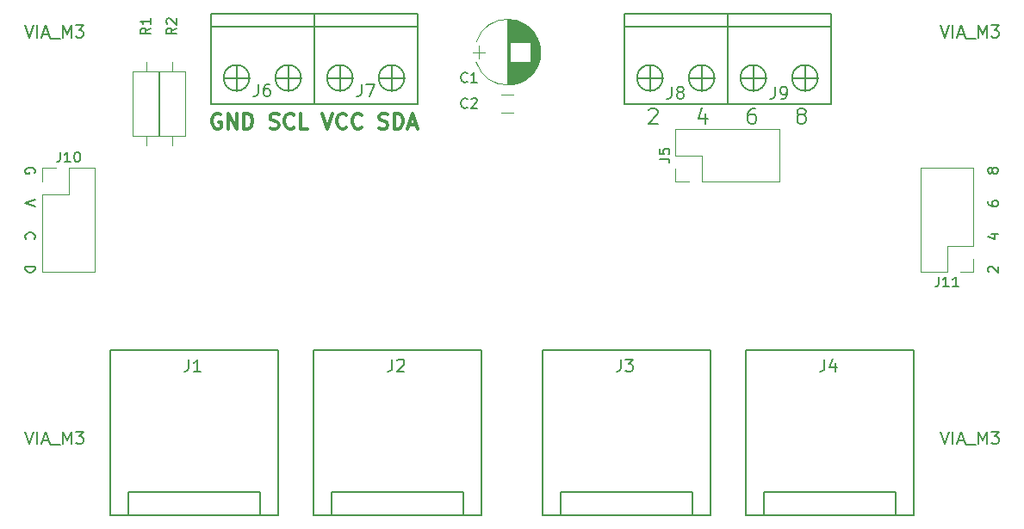
<source format=gto>
G04 #@! TF.FileFunction,Legend,Top*
%FSLAX46Y46*%
G04 Gerber Fmt 4.6, Leading zero omitted, Abs format (unit mm)*
G04 Created by KiCad (PCBNEW 4.0.6) date 02/07/18 20:23:48*
%MOMM*%
%LPD*%
G01*
G04 APERTURE LIST*
%ADD10C,0.100000*%
%ADD11C,0.150000*%
%ADD12C,0.200000*%
%ADD13C,0.300000*%
%ADD14C,0.120000*%
G04 APERTURE END LIST*
D10*
D11*
X155249619Y-121982858D02*
X155202000Y-121935239D01*
X155154381Y-121840001D01*
X155154381Y-121601905D01*
X155202000Y-121506667D01*
X155249619Y-121459048D01*
X155344857Y-121411429D01*
X155440095Y-121411429D01*
X155582952Y-121459048D01*
X156154381Y-122030477D01*
X156154381Y-121411429D01*
X155487714Y-118268571D02*
X156154381Y-118268571D01*
X155106762Y-118506667D02*
X155821048Y-118744762D01*
X155821048Y-118125714D01*
X155154381Y-115030475D02*
X155154381Y-115220952D01*
X155202000Y-115316190D01*
X155249619Y-115363809D01*
X155392476Y-115459047D01*
X155582952Y-115506666D01*
X155963905Y-115506666D01*
X156059143Y-115459047D01*
X156106762Y-115411428D01*
X156154381Y-115316190D01*
X156154381Y-115125713D01*
X156106762Y-115030475D01*
X156059143Y-114982856D01*
X155963905Y-114935237D01*
X155725810Y-114935237D01*
X155630571Y-114982856D01*
X155582952Y-115030475D01*
X155535333Y-115125713D01*
X155535333Y-115316190D01*
X155582952Y-115411428D01*
X155630571Y-115459047D01*
X155725810Y-115506666D01*
X155582952Y-112078094D02*
X155535333Y-112173332D01*
X155487714Y-112220951D01*
X155392476Y-112268570D01*
X155344857Y-112268570D01*
X155249619Y-112220951D01*
X155202000Y-112173332D01*
X155154381Y-112078094D01*
X155154381Y-111887617D01*
X155202000Y-111792379D01*
X155249619Y-111744760D01*
X155344857Y-111697141D01*
X155392476Y-111697141D01*
X155487714Y-111744760D01*
X155535333Y-111792379D01*
X155582952Y-111887617D01*
X155582952Y-112078094D01*
X155630571Y-112173332D01*
X155678190Y-112220951D01*
X155773429Y-112268570D01*
X155963905Y-112268570D01*
X156059143Y-112220951D01*
X156106762Y-112173332D01*
X156154381Y-112078094D01*
X156154381Y-111887617D01*
X156106762Y-111792379D01*
X156059143Y-111744760D01*
X155963905Y-111697141D01*
X155773429Y-111697141D01*
X155678190Y-111744760D01*
X155630571Y-111792379D01*
X155582952Y-111887617D01*
X61460000Y-112244761D02*
X61507619Y-112149523D01*
X61507619Y-112006666D01*
X61460000Y-111863808D01*
X61364762Y-111768570D01*
X61269524Y-111720951D01*
X61079048Y-111673332D01*
X60936190Y-111673332D01*
X60745714Y-111720951D01*
X60650476Y-111768570D01*
X60555238Y-111863808D01*
X60507619Y-112006666D01*
X60507619Y-112101904D01*
X60555238Y-112244761D01*
X60602857Y-112292380D01*
X60936190Y-112292380D01*
X60936190Y-112101904D01*
X61507619Y-114863809D02*
X60507619Y-115197142D01*
X61507619Y-115530476D01*
X60602857Y-118720953D02*
X60555238Y-118673334D01*
X60507619Y-118530477D01*
X60507619Y-118435239D01*
X60555238Y-118292381D01*
X60650476Y-118197143D01*
X60745714Y-118149524D01*
X60936190Y-118101905D01*
X61079048Y-118101905D01*
X61269524Y-118149524D01*
X61364762Y-118197143D01*
X61460000Y-118292381D01*
X61507619Y-118435239D01*
X61507619Y-118530477D01*
X61460000Y-118673334D01*
X61412381Y-118720953D01*
X60507619Y-121435239D02*
X61507619Y-121435239D01*
X61507619Y-121673334D01*
X61460000Y-121816192D01*
X61364762Y-121911430D01*
X61269524Y-121959049D01*
X61079048Y-122006668D01*
X60936190Y-122006668D01*
X60745714Y-121959049D01*
X60650476Y-121911430D01*
X60555238Y-121816192D01*
X60507619Y-121673334D01*
X60507619Y-121435239D01*
D12*
X121825716Y-106001429D02*
X121897145Y-105930000D01*
X122040002Y-105858571D01*
X122397145Y-105858571D01*
X122540002Y-105930000D01*
X122611431Y-106001429D01*
X122682859Y-106144286D01*
X122682859Y-106287143D01*
X122611431Y-106501429D01*
X121754288Y-107358571D01*
X122682859Y-107358571D01*
X127397144Y-106358571D02*
X127397144Y-107358571D01*
X127040001Y-105787143D02*
X126682858Y-106858571D01*
X127611430Y-106858571D01*
X132254286Y-105858571D02*
X131968572Y-105858571D01*
X131825715Y-105930000D01*
X131754286Y-106001429D01*
X131611429Y-106215714D01*
X131540000Y-106501429D01*
X131540000Y-107072857D01*
X131611429Y-107215714D01*
X131682857Y-107287143D01*
X131825715Y-107358571D01*
X132111429Y-107358571D01*
X132254286Y-107287143D01*
X132325715Y-107215714D01*
X132397143Y-107072857D01*
X132397143Y-106715714D01*
X132325715Y-106572857D01*
X132254286Y-106501429D01*
X132111429Y-106430000D01*
X131825715Y-106430000D01*
X131682857Y-106501429D01*
X131611429Y-106572857D01*
X131540000Y-106715714D01*
X136682857Y-106501429D02*
X136539999Y-106430000D01*
X136468571Y-106358571D01*
X136397142Y-106215714D01*
X136397142Y-106144286D01*
X136468571Y-106001429D01*
X136539999Y-105930000D01*
X136682857Y-105858571D01*
X136968571Y-105858571D01*
X137111428Y-105930000D01*
X137182857Y-106001429D01*
X137254285Y-106144286D01*
X137254285Y-106215714D01*
X137182857Y-106358571D01*
X137111428Y-106430000D01*
X136968571Y-106501429D01*
X136682857Y-106501429D01*
X136539999Y-106572857D01*
X136468571Y-106644286D01*
X136397142Y-106787143D01*
X136397142Y-107072857D01*
X136468571Y-107215714D01*
X136539999Y-107287143D01*
X136682857Y-107358571D01*
X136968571Y-107358571D01*
X137111428Y-107287143D01*
X137182857Y-107215714D01*
X137254285Y-107072857D01*
X137254285Y-106787143D01*
X137182857Y-106644286D01*
X137111428Y-106572857D01*
X136968571Y-106501429D01*
D13*
X79721429Y-106438000D02*
X79578572Y-106366571D01*
X79364286Y-106366571D01*
X79150001Y-106438000D01*
X79007143Y-106580857D01*
X78935715Y-106723714D01*
X78864286Y-107009429D01*
X78864286Y-107223714D01*
X78935715Y-107509429D01*
X79007143Y-107652286D01*
X79150001Y-107795143D01*
X79364286Y-107866571D01*
X79507143Y-107866571D01*
X79721429Y-107795143D01*
X79792858Y-107723714D01*
X79792858Y-107223714D01*
X79507143Y-107223714D01*
X80435715Y-107866571D02*
X80435715Y-106366571D01*
X81292858Y-107866571D01*
X81292858Y-106366571D01*
X82007144Y-107866571D02*
X82007144Y-106366571D01*
X82364287Y-106366571D01*
X82578572Y-106438000D01*
X82721430Y-106580857D01*
X82792858Y-106723714D01*
X82864287Y-107009429D01*
X82864287Y-107223714D01*
X82792858Y-107509429D01*
X82721430Y-107652286D01*
X82578572Y-107795143D01*
X82364287Y-107866571D01*
X82007144Y-107866571D01*
X84578572Y-107795143D02*
X84792858Y-107866571D01*
X85150001Y-107866571D01*
X85292858Y-107795143D01*
X85364287Y-107723714D01*
X85435715Y-107580857D01*
X85435715Y-107438000D01*
X85364287Y-107295143D01*
X85292858Y-107223714D01*
X85150001Y-107152286D01*
X84864287Y-107080857D01*
X84721429Y-107009429D01*
X84650001Y-106938000D01*
X84578572Y-106795143D01*
X84578572Y-106652286D01*
X84650001Y-106509429D01*
X84721429Y-106438000D01*
X84864287Y-106366571D01*
X85221429Y-106366571D01*
X85435715Y-106438000D01*
X86935715Y-107723714D02*
X86864286Y-107795143D01*
X86650000Y-107866571D01*
X86507143Y-107866571D01*
X86292858Y-107795143D01*
X86150000Y-107652286D01*
X86078572Y-107509429D01*
X86007143Y-107223714D01*
X86007143Y-107009429D01*
X86078572Y-106723714D01*
X86150000Y-106580857D01*
X86292858Y-106438000D01*
X86507143Y-106366571D01*
X86650000Y-106366571D01*
X86864286Y-106438000D01*
X86935715Y-106509429D01*
X88292858Y-107866571D02*
X87578572Y-107866571D01*
X87578572Y-106366571D01*
X89721429Y-106366571D02*
X90221429Y-107866571D01*
X90721429Y-106366571D01*
X92078572Y-107723714D02*
X92007143Y-107795143D01*
X91792857Y-107866571D01*
X91650000Y-107866571D01*
X91435715Y-107795143D01*
X91292857Y-107652286D01*
X91221429Y-107509429D01*
X91150000Y-107223714D01*
X91150000Y-107009429D01*
X91221429Y-106723714D01*
X91292857Y-106580857D01*
X91435715Y-106438000D01*
X91650000Y-106366571D01*
X91792857Y-106366571D01*
X92007143Y-106438000D01*
X92078572Y-106509429D01*
X93578572Y-107723714D02*
X93507143Y-107795143D01*
X93292857Y-107866571D01*
X93150000Y-107866571D01*
X92935715Y-107795143D01*
X92792857Y-107652286D01*
X92721429Y-107509429D01*
X92650000Y-107223714D01*
X92650000Y-107009429D01*
X92721429Y-106723714D01*
X92792857Y-106580857D01*
X92935715Y-106438000D01*
X93150000Y-106366571D01*
X93292857Y-106366571D01*
X93507143Y-106438000D01*
X93578572Y-106509429D01*
X95292857Y-107795143D02*
X95507143Y-107866571D01*
X95864286Y-107866571D01*
X96007143Y-107795143D01*
X96078572Y-107723714D01*
X96150000Y-107580857D01*
X96150000Y-107438000D01*
X96078572Y-107295143D01*
X96007143Y-107223714D01*
X95864286Y-107152286D01*
X95578572Y-107080857D01*
X95435714Y-107009429D01*
X95364286Y-106938000D01*
X95292857Y-106795143D01*
X95292857Y-106652286D01*
X95364286Y-106509429D01*
X95435714Y-106438000D01*
X95578572Y-106366571D01*
X95935714Y-106366571D01*
X96150000Y-106438000D01*
X96792857Y-107866571D02*
X96792857Y-106366571D01*
X97150000Y-106366571D01*
X97364285Y-106438000D01*
X97507143Y-106580857D01*
X97578571Y-106723714D01*
X97650000Y-107009429D01*
X97650000Y-107223714D01*
X97578571Y-107509429D01*
X97507143Y-107652286D01*
X97364285Y-107795143D01*
X97150000Y-107866571D01*
X96792857Y-107866571D01*
X98221428Y-107438000D02*
X98935714Y-107438000D01*
X98078571Y-107866571D02*
X98578571Y-106366571D01*
X99078571Y-107866571D01*
D11*
X70626000Y-145956000D02*
X70626000Y-143670000D01*
X70626000Y-143670000D02*
X71388000Y-143670000D01*
X71388000Y-143670000D02*
X83580000Y-143670000D01*
X83580000Y-143670000D02*
X83580000Y-145956000D01*
X68848000Y-145956000D02*
X85358000Y-145956000D01*
X85358000Y-145956000D02*
X85358000Y-129700000D01*
X85358000Y-129700000D02*
X68848000Y-129700000D01*
X68848000Y-129700000D02*
X68848000Y-145956000D01*
X90626000Y-145956000D02*
X90626000Y-143670000D01*
X90626000Y-143670000D02*
X91388000Y-143670000D01*
X91388000Y-143670000D02*
X103580000Y-143670000D01*
X103580000Y-143670000D02*
X103580000Y-145956000D01*
X88848000Y-145956000D02*
X105358000Y-145956000D01*
X105358000Y-145956000D02*
X105358000Y-129700000D01*
X105358000Y-129700000D02*
X88848000Y-129700000D01*
X88848000Y-129700000D02*
X88848000Y-145956000D01*
X113126000Y-145956000D02*
X113126000Y-143670000D01*
X113126000Y-143670000D02*
X113888000Y-143670000D01*
X113888000Y-143670000D02*
X126080000Y-143670000D01*
X126080000Y-143670000D02*
X126080000Y-145956000D01*
X111348000Y-145956000D02*
X127858000Y-145956000D01*
X127858000Y-145956000D02*
X127858000Y-129700000D01*
X127858000Y-129700000D02*
X111348000Y-129700000D01*
X111348000Y-129700000D02*
X111348000Y-145956000D01*
X133126000Y-145956000D02*
X133126000Y-143670000D01*
X133126000Y-143670000D02*
X133888000Y-143670000D01*
X133888000Y-143670000D02*
X146080000Y-143670000D01*
X146080000Y-143670000D02*
X146080000Y-145956000D01*
X131348000Y-145956000D02*
X147858000Y-145956000D01*
X147858000Y-145956000D02*
X147858000Y-129700000D01*
X147858000Y-129700000D02*
X131348000Y-129700000D01*
X131348000Y-129700000D02*
X131348000Y-145956000D01*
D14*
X127000000Y-113090000D02*
X134680000Y-113090000D01*
X134680000Y-113090000D02*
X134680000Y-107890000D01*
X134680000Y-107890000D02*
X124400000Y-107890000D01*
X124400000Y-107890000D02*
X124400000Y-110490000D01*
X124400000Y-110490000D02*
X127000000Y-110490000D01*
X127000000Y-110490000D02*
X127000000Y-113090000D01*
X125730000Y-113090000D02*
X124400000Y-113090000D01*
X124400000Y-113090000D02*
X124400000Y-111760000D01*
X73700000Y-102200000D02*
X71080000Y-102200000D01*
X71080000Y-102200000D02*
X71080000Y-108620000D01*
X71080000Y-108620000D02*
X73700000Y-108620000D01*
X73700000Y-108620000D02*
X73700000Y-102200000D01*
X72390000Y-101310000D02*
X72390000Y-102200000D01*
X72390000Y-109510000D02*
X72390000Y-108620000D01*
X76240000Y-102200000D02*
X73620000Y-102200000D01*
X73620000Y-102200000D02*
X73620000Y-108620000D01*
X73620000Y-108620000D02*
X76240000Y-108620000D01*
X76240000Y-108620000D02*
X76240000Y-102200000D01*
X74930000Y-101310000D02*
X74930000Y-102200000D01*
X74930000Y-109510000D02*
X74930000Y-108620000D01*
D11*
X86360000Y-101600000D02*
X86360000Y-104140000D01*
X85090000Y-102870000D02*
X87630000Y-102870000D01*
X81280000Y-101600000D02*
X81280000Y-104140000D01*
X80010000Y-102870000D02*
X82550000Y-102870000D01*
X87630000Y-102870000D02*
G75*
G03X87630000Y-102870000I-1270000J0D01*
G01*
X82550000Y-102870000D02*
G75*
G03X82550000Y-102870000I-1270000J0D01*
G01*
X78740000Y-97790000D02*
X88900000Y-97790000D01*
X78740000Y-100330000D02*
X78740000Y-96520000D01*
X78740000Y-96520000D02*
X88900000Y-96520000D01*
X88900000Y-96520000D02*
X88900000Y-105410000D01*
X88900000Y-105410000D02*
X78740000Y-105410000D01*
X78740000Y-105410000D02*
X78740000Y-100330000D01*
X96520000Y-101600000D02*
X96520000Y-104140000D01*
X95250000Y-102870000D02*
X97790000Y-102870000D01*
X91440000Y-101600000D02*
X91440000Y-104140000D01*
X90170000Y-102870000D02*
X92710000Y-102870000D01*
X97790000Y-102870000D02*
G75*
G03X97790000Y-102870000I-1270000J0D01*
G01*
X92710000Y-102870000D02*
G75*
G03X92710000Y-102870000I-1270000J0D01*
G01*
X88900000Y-97790000D02*
X99060000Y-97790000D01*
X88900000Y-100330000D02*
X88900000Y-96520000D01*
X88900000Y-96520000D02*
X99060000Y-96520000D01*
X99060000Y-96520000D02*
X99060000Y-105410000D01*
X99060000Y-105410000D02*
X88900000Y-105410000D01*
X88900000Y-105410000D02*
X88900000Y-100330000D01*
X127000000Y-101600000D02*
X127000000Y-104140000D01*
X125730000Y-102870000D02*
X128270000Y-102870000D01*
X121920000Y-101600000D02*
X121920000Y-104140000D01*
X120650000Y-102870000D02*
X123190000Y-102870000D01*
X128270000Y-102870000D02*
G75*
G03X128270000Y-102870000I-1270000J0D01*
G01*
X123190000Y-102870000D02*
G75*
G03X123190000Y-102870000I-1270000J0D01*
G01*
X119380000Y-97790000D02*
X129540000Y-97790000D01*
X119380000Y-100330000D02*
X119380000Y-96520000D01*
X119380000Y-96520000D02*
X129540000Y-96520000D01*
X129540000Y-96520000D02*
X129540000Y-105410000D01*
X129540000Y-105410000D02*
X119380000Y-105410000D01*
X119380000Y-105410000D02*
X119380000Y-100330000D01*
X137160000Y-101600000D02*
X137160000Y-104140000D01*
X135890000Y-102870000D02*
X138430000Y-102870000D01*
X132080000Y-101600000D02*
X132080000Y-104140000D01*
X130810000Y-102870000D02*
X133350000Y-102870000D01*
X138430000Y-102870000D02*
G75*
G03X138430000Y-102870000I-1270000J0D01*
G01*
X133350000Y-102870000D02*
G75*
G03X133350000Y-102870000I-1270000J0D01*
G01*
X129540000Y-97790000D02*
X139700000Y-97790000D01*
X129540000Y-100330000D02*
X129540000Y-96520000D01*
X129540000Y-96520000D02*
X139700000Y-96520000D01*
X139700000Y-96520000D02*
X139700000Y-105410000D01*
X139700000Y-105410000D02*
X129540000Y-105410000D01*
X129540000Y-105410000D02*
X129540000Y-100330000D01*
D14*
X62170000Y-114300000D02*
X62170000Y-121980000D01*
X62170000Y-121980000D02*
X67370000Y-121980000D01*
X67370000Y-121980000D02*
X67370000Y-111700000D01*
X67370000Y-111700000D02*
X64770000Y-111700000D01*
X64770000Y-111700000D02*
X64770000Y-114300000D01*
X64770000Y-114300000D02*
X62170000Y-114300000D01*
X62170000Y-113030000D02*
X62170000Y-111700000D01*
X62170000Y-111700000D02*
X63500000Y-111700000D01*
X107930000Y-97130000D02*
X107930000Y-103530000D01*
X107970000Y-97130000D02*
X107970000Y-103530000D01*
X108010000Y-97130000D02*
X108010000Y-103530000D01*
X108050000Y-97132000D02*
X108050000Y-103528000D01*
X108090000Y-97133000D02*
X108090000Y-103527000D01*
X108130000Y-97136000D02*
X108130000Y-103524000D01*
X108170000Y-97138000D02*
X108170000Y-103522000D01*
X108210000Y-97142000D02*
X108210000Y-99350000D01*
X108210000Y-101310000D02*
X108210000Y-103518000D01*
X108250000Y-97145000D02*
X108250000Y-99350000D01*
X108250000Y-101310000D02*
X108250000Y-103515000D01*
X108290000Y-97150000D02*
X108290000Y-99350000D01*
X108290000Y-101310000D02*
X108290000Y-103510000D01*
X108330000Y-97154000D02*
X108330000Y-99350000D01*
X108330000Y-101310000D02*
X108330000Y-103506000D01*
X108370000Y-97160000D02*
X108370000Y-99350000D01*
X108370000Y-101310000D02*
X108370000Y-103500000D01*
X108410000Y-97165000D02*
X108410000Y-99350000D01*
X108410000Y-101310000D02*
X108410000Y-103495000D01*
X108450000Y-97172000D02*
X108450000Y-99350000D01*
X108450000Y-101310000D02*
X108450000Y-103488000D01*
X108490000Y-97178000D02*
X108490000Y-99350000D01*
X108490000Y-101310000D02*
X108490000Y-103482000D01*
X108530000Y-97186000D02*
X108530000Y-99350000D01*
X108530000Y-101310000D02*
X108530000Y-103474000D01*
X108570000Y-97193000D02*
X108570000Y-99350000D01*
X108570000Y-101310000D02*
X108570000Y-103467000D01*
X108610000Y-97202000D02*
X108610000Y-99350000D01*
X108610000Y-101310000D02*
X108610000Y-103458000D01*
X108651000Y-97211000D02*
X108651000Y-99350000D01*
X108651000Y-101310000D02*
X108651000Y-103449000D01*
X108691000Y-97220000D02*
X108691000Y-99350000D01*
X108691000Y-101310000D02*
X108691000Y-103440000D01*
X108731000Y-97230000D02*
X108731000Y-99350000D01*
X108731000Y-101310000D02*
X108731000Y-103430000D01*
X108771000Y-97240000D02*
X108771000Y-99350000D01*
X108771000Y-101310000D02*
X108771000Y-103420000D01*
X108811000Y-97251000D02*
X108811000Y-99350000D01*
X108811000Y-101310000D02*
X108811000Y-103409000D01*
X108851000Y-97263000D02*
X108851000Y-99350000D01*
X108851000Y-101310000D02*
X108851000Y-103397000D01*
X108891000Y-97275000D02*
X108891000Y-99350000D01*
X108891000Y-101310000D02*
X108891000Y-103385000D01*
X108931000Y-97288000D02*
X108931000Y-99350000D01*
X108931000Y-101310000D02*
X108931000Y-103372000D01*
X108971000Y-97301000D02*
X108971000Y-99350000D01*
X108971000Y-101310000D02*
X108971000Y-103359000D01*
X109011000Y-97315000D02*
X109011000Y-99350000D01*
X109011000Y-101310000D02*
X109011000Y-103345000D01*
X109051000Y-97329000D02*
X109051000Y-99350000D01*
X109051000Y-101310000D02*
X109051000Y-103331000D01*
X109091000Y-97344000D02*
X109091000Y-99350000D01*
X109091000Y-101310000D02*
X109091000Y-103316000D01*
X109131000Y-97360000D02*
X109131000Y-99350000D01*
X109131000Y-101310000D02*
X109131000Y-103300000D01*
X109171000Y-97376000D02*
X109171000Y-99350000D01*
X109171000Y-101310000D02*
X109171000Y-103284000D01*
X109211000Y-97393000D02*
X109211000Y-99350000D01*
X109211000Y-101310000D02*
X109211000Y-103267000D01*
X109251000Y-97411000D02*
X109251000Y-99350000D01*
X109251000Y-101310000D02*
X109251000Y-103249000D01*
X109291000Y-97429000D02*
X109291000Y-99350000D01*
X109291000Y-101310000D02*
X109291000Y-103231000D01*
X109331000Y-97448000D02*
X109331000Y-99350000D01*
X109331000Y-101310000D02*
X109331000Y-103212000D01*
X109371000Y-97467000D02*
X109371000Y-99350000D01*
X109371000Y-101310000D02*
X109371000Y-103193000D01*
X109411000Y-97487000D02*
X109411000Y-99350000D01*
X109411000Y-101310000D02*
X109411000Y-103173000D01*
X109451000Y-97508000D02*
X109451000Y-99350000D01*
X109451000Y-101310000D02*
X109451000Y-103152000D01*
X109491000Y-97530000D02*
X109491000Y-99350000D01*
X109491000Y-101310000D02*
X109491000Y-103130000D01*
X109531000Y-97552000D02*
X109531000Y-99350000D01*
X109531000Y-101310000D02*
X109531000Y-103108000D01*
X109571000Y-97575000D02*
X109571000Y-99350000D01*
X109571000Y-101310000D02*
X109571000Y-103085000D01*
X109611000Y-97599000D02*
X109611000Y-99350000D01*
X109611000Y-101310000D02*
X109611000Y-103061000D01*
X109651000Y-97624000D02*
X109651000Y-99350000D01*
X109651000Y-101310000D02*
X109651000Y-103036000D01*
X109691000Y-97649000D02*
X109691000Y-99350000D01*
X109691000Y-101310000D02*
X109691000Y-103011000D01*
X109731000Y-97676000D02*
X109731000Y-99350000D01*
X109731000Y-101310000D02*
X109731000Y-102984000D01*
X109771000Y-97703000D02*
X109771000Y-99350000D01*
X109771000Y-101310000D02*
X109771000Y-102957000D01*
X109811000Y-97731000D02*
X109811000Y-99350000D01*
X109811000Y-101310000D02*
X109811000Y-102929000D01*
X109851000Y-97760000D02*
X109851000Y-99350000D01*
X109851000Y-101310000D02*
X109851000Y-102900000D01*
X109891000Y-97790000D02*
X109891000Y-99350000D01*
X109891000Y-101310000D02*
X109891000Y-102870000D01*
X109931000Y-97820000D02*
X109931000Y-99350000D01*
X109931000Y-101310000D02*
X109931000Y-102840000D01*
X109971000Y-97852000D02*
X109971000Y-99350000D01*
X109971000Y-101310000D02*
X109971000Y-102808000D01*
X110011000Y-97885000D02*
X110011000Y-99350000D01*
X110011000Y-101310000D02*
X110011000Y-102775000D01*
X110051000Y-97919000D02*
X110051000Y-99350000D01*
X110051000Y-101310000D02*
X110051000Y-102741000D01*
X110091000Y-97955000D02*
X110091000Y-99350000D01*
X110091000Y-101310000D02*
X110091000Y-102705000D01*
X110131000Y-97991000D02*
X110131000Y-99350000D01*
X110131000Y-101310000D02*
X110131000Y-102669000D01*
X110171000Y-98029000D02*
X110171000Y-102631000D01*
X110211000Y-98068000D02*
X110211000Y-102592000D01*
X110251000Y-98108000D02*
X110251000Y-102552000D01*
X110291000Y-98150000D02*
X110291000Y-102510000D01*
X110331000Y-98193000D02*
X110331000Y-102467000D01*
X110371000Y-98238000D02*
X110371000Y-102422000D01*
X110411000Y-98285000D02*
X110411000Y-102375000D01*
X110451000Y-98333000D02*
X110451000Y-102327000D01*
X110491000Y-98384000D02*
X110491000Y-102276000D01*
X110531000Y-98436000D02*
X110531000Y-102224000D01*
X110571000Y-98491000D02*
X110571000Y-102169000D01*
X110611000Y-98549000D02*
X110611000Y-102111000D01*
X110651000Y-98609000D02*
X110651000Y-102051000D01*
X110691000Y-98672000D02*
X110691000Y-101988000D01*
X110731000Y-98739000D02*
X110731000Y-101921000D01*
X110771000Y-98810000D02*
X110771000Y-101850000D01*
X110811000Y-98885000D02*
X110811000Y-101775000D01*
X110851000Y-98966000D02*
X110851000Y-101694000D01*
X110891000Y-99052000D02*
X110891000Y-101608000D01*
X110931000Y-99146000D02*
X110931000Y-101514000D01*
X110971000Y-99249000D02*
X110971000Y-101411000D01*
X111011000Y-99364000D02*
X111011000Y-101296000D01*
X111051000Y-99496000D02*
X111051000Y-101164000D01*
X111091000Y-99654000D02*
X111091000Y-101006000D01*
X111131000Y-99862000D02*
X111131000Y-100798000D01*
X104480000Y-100330000D02*
X105680000Y-100330000D01*
X105080000Y-99680000D02*
X105080000Y-100980000D01*
X111018440Y-99350643D02*
G75*
G03X104841764Y-99350000I-3088440J-979357D01*
G01*
X111018440Y-101309357D02*
G75*
G02X104841764Y-101310000I-3088440J979357D01*
G01*
X111018440Y-101309357D02*
G75*
G03X111018236Y-99350000I-3088440J979357D01*
G01*
X107343000Y-104549000D02*
X108517000Y-104549000D01*
X107343000Y-106271000D02*
X108517000Y-106271000D01*
X153730000Y-119380000D02*
X153730000Y-111700000D01*
X153730000Y-111700000D02*
X148530000Y-111700000D01*
X148530000Y-111700000D02*
X148530000Y-121980000D01*
X148530000Y-121980000D02*
X151130000Y-121980000D01*
X151130000Y-121980000D02*
X151130000Y-119380000D01*
X151130000Y-119380000D02*
X153730000Y-119380000D01*
X153730000Y-120650000D02*
X153730000Y-121980000D01*
X153730000Y-121980000D02*
X152400000Y-121980000D01*
D11*
X76576000Y-130566857D02*
X76576000Y-131424000D01*
X76518858Y-131595429D01*
X76404572Y-131709714D01*
X76233143Y-131766857D01*
X76118858Y-131766857D01*
X77776001Y-131766857D02*
X77090286Y-131766857D01*
X77433144Y-131766857D02*
X77433144Y-130566857D01*
X77318858Y-130738286D01*
X77204572Y-130852571D01*
X77090286Y-130909714D01*
X96576000Y-130566857D02*
X96576000Y-131424000D01*
X96518858Y-131595429D01*
X96404572Y-131709714D01*
X96233143Y-131766857D01*
X96118858Y-131766857D01*
X97090286Y-130681143D02*
X97147429Y-130624000D01*
X97261715Y-130566857D01*
X97547429Y-130566857D01*
X97661715Y-130624000D01*
X97718858Y-130681143D01*
X97776001Y-130795429D01*
X97776001Y-130909714D01*
X97718858Y-131081143D01*
X97033144Y-131766857D01*
X97776001Y-131766857D01*
X119076000Y-130566857D02*
X119076000Y-131424000D01*
X119018858Y-131595429D01*
X118904572Y-131709714D01*
X118733143Y-131766857D01*
X118618858Y-131766857D01*
X119533144Y-130566857D02*
X120276001Y-130566857D01*
X119876001Y-131024000D01*
X120047429Y-131024000D01*
X120161715Y-131081143D01*
X120218858Y-131138286D01*
X120276001Y-131252571D01*
X120276001Y-131538286D01*
X120218858Y-131652571D01*
X120161715Y-131709714D01*
X120047429Y-131766857D01*
X119704572Y-131766857D01*
X119590286Y-131709714D01*
X119533144Y-131652571D01*
X139076000Y-130566857D02*
X139076000Y-131424000D01*
X139018858Y-131595429D01*
X138904572Y-131709714D01*
X138733143Y-131766857D01*
X138618858Y-131766857D01*
X140161715Y-130966857D02*
X140161715Y-131766857D01*
X139876001Y-130509714D02*
X139590286Y-131366857D01*
X140333144Y-131366857D01*
X60505715Y-137692857D02*
X60905715Y-138892857D01*
X61305715Y-137692857D01*
X61705714Y-138892857D02*
X61705714Y-137692857D01*
X62220000Y-138550000D02*
X62791429Y-138550000D01*
X62105715Y-138892857D02*
X62505715Y-137692857D01*
X62905715Y-138892857D01*
X63020000Y-139007143D02*
X63934286Y-139007143D01*
X64220000Y-138892857D02*
X64220000Y-137692857D01*
X64620000Y-138550000D01*
X65020000Y-137692857D01*
X65020000Y-138892857D01*
X65477144Y-137692857D02*
X66220001Y-137692857D01*
X65820001Y-138150000D01*
X65991429Y-138150000D01*
X66105715Y-138207143D01*
X66162858Y-138264286D01*
X66220001Y-138378571D01*
X66220001Y-138664286D01*
X66162858Y-138778571D01*
X66105715Y-138835714D01*
X65991429Y-138892857D01*
X65648572Y-138892857D01*
X65534286Y-138835714D01*
X65477144Y-138778571D01*
X150505715Y-137692857D02*
X150905715Y-138892857D01*
X151305715Y-137692857D01*
X151705714Y-138892857D02*
X151705714Y-137692857D01*
X152220000Y-138550000D02*
X152791429Y-138550000D01*
X152105715Y-138892857D02*
X152505715Y-137692857D01*
X152905715Y-138892857D01*
X153020000Y-139007143D02*
X153934286Y-139007143D01*
X154220000Y-138892857D02*
X154220000Y-137692857D01*
X154620000Y-138550000D01*
X155020000Y-137692857D01*
X155020000Y-138892857D01*
X155477144Y-137692857D02*
X156220001Y-137692857D01*
X155820001Y-138150000D01*
X155991429Y-138150000D01*
X156105715Y-138207143D01*
X156162858Y-138264286D01*
X156220001Y-138378571D01*
X156220001Y-138664286D01*
X156162858Y-138778571D01*
X156105715Y-138835714D01*
X155991429Y-138892857D01*
X155648572Y-138892857D01*
X155534286Y-138835714D01*
X155477144Y-138778571D01*
X150505715Y-97692857D02*
X150905715Y-98892857D01*
X151305715Y-97692857D01*
X151705714Y-98892857D02*
X151705714Y-97692857D01*
X152220000Y-98550000D02*
X152791429Y-98550000D01*
X152105715Y-98892857D02*
X152505715Y-97692857D01*
X152905715Y-98892857D01*
X153020000Y-99007143D02*
X153934286Y-99007143D01*
X154220000Y-98892857D02*
X154220000Y-97692857D01*
X154620000Y-98550000D01*
X155020000Y-97692857D01*
X155020000Y-98892857D01*
X155477144Y-97692857D02*
X156220001Y-97692857D01*
X155820001Y-98150000D01*
X155991429Y-98150000D01*
X156105715Y-98207143D01*
X156162858Y-98264286D01*
X156220001Y-98378571D01*
X156220001Y-98664286D01*
X156162858Y-98778571D01*
X156105715Y-98835714D01*
X155991429Y-98892857D01*
X155648572Y-98892857D01*
X155534286Y-98835714D01*
X155477144Y-98778571D01*
X60505715Y-97692857D02*
X60905715Y-98892857D01*
X61305715Y-97692857D01*
X61705714Y-98892857D02*
X61705714Y-97692857D01*
X62220000Y-98550000D02*
X62791429Y-98550000D01*
X62105715Y-98892857D02*
X62505715Y-97692857D01*
X62905715Y-98892857D01*
X63020000Y-99007143D02*
X63934286Y-99007143D01*
X64220000Y-98892857D02*
X64220000Y-97692857D01*
X64620000Y-98550000D01*
X65020000Y-97692857D01*
X65020000Y-98892857D01*
X65477144Y-97692857D02*
X66220001Y-97692857D01*
X65820001Y-98150000D01*
X65991429Y-98150000D01*
X66105715Y-98207143D01*
X66162858Y-98264286D01*
X66220001Y-98378571D01*
X66220001Y-98664286D01*
X66162858Y-98778571D01*
X66105715Y-98835714D01*
X65991429Y-98892857D01*
X65648572Y-98892857D01*
X65534286Y-98835714D01*
X65477144Y-98778571D01*
X122852381Y-110823333D02*
X123566667Y-110823333D01*
X123709524Y-110870953D01*
X123804762Y-110966191D01*
X123852381Y-111109048D01*
X123852381Y-111204286D01*
X122852381Y-109870952D02*
X122852381Y-110347143D01*
X123328571Y-110394762D01*
X123280952Y-110347143D01*
X123233333Y-110251905D01*
X123233333Y-110013809D01*
X123280952Y-109918571D01*
X123328571Y-109870952D01*
X123423810Y-109823333D01*
X123661905Y-109823333D01*
X123757143Y-109870952D01*
X123804762Y-109918571D01*
X123852381Y-110013809D01*
X123852381Y-110251905D01*
X123804762Y-110347143D01*
X123757143Y-110394762D01*
X72842381Y-97956666D02*
X72366190Y-98290000D01*
X72842381Y-98528095D02*
X71842381Y-98528095D01*
X71842381Y-98147142D01*
X71890000Y-98051904D01*
X71937619Y-98004285D01*
X72032857Y-97956666D01*
X72175714Y-97956666D01*
X72270952Y-98004285D01*
X72318571Y-98051904D01*
X72366190Y-98147142D01*
X72366190Y-98528095D01*
X72842381Y-97004285D02*
X72842381Y-97575714D01*
X72842381Y-97290000D02*
X71842381Y-97290000D01*
X71985238Y-97385238D01*
X72080476Y-97480476D01*
X72128095Y-97575714D01*
X75382381Y-97956666D02*
X74906190Y-98290000D01*
X75382381Y-98528095D02*
X74382381Y-98528095D01*
X74382381Y-98147142D01*
X74430000Y-98051904D01*
X74477619Y-98004285D01*
X74572857Y-97956666D01*
X74715714Y-97956666D01*
X74810952Y-98004285D01*
X74858571Y-98051904D01*
X74906190Y-98147142D01*
X74906190Y-98528095D01*
X74477619Y-97575714D02*
X74430000Y-97528095D01*
X74382381Y-97432857D01*
X74382381Y-97194761D01*
X74430000Y-97099523D01*
X74477619Y-97051904D01*
X74572857Y-97004285D01*
X74668095Y-97004285D01*
X74810952Y-97051904D01*
X75382381Y-97623333D01*
X75382381Y-97004285D01*
X83420000Y-103482857D02*
X83420000Y-104340000D01*
X83362858Y-104511429D01*
X83248572Y-104625714D01*
X83077143Y-104682857D01*
X82962858Y-104682857D01*
X84505715Y-103482857D02*
X84277144Y-103482857D01*
X84162858Y-103540000D01*
X84105715Y-103597143D01*
X83991429Y-103768571D01*
X83934286Y-103997143D01*
X83934286Y-104454286D01*
X83991429Y-104568571D01*
X84048572Y-104625714D01*
X84162858Y-104682857D01*
X84391429Y-104682857D01*
X84505715Y-104625714D01*
X84562858Y-104568571D01*
X84620001Y-104454286D01*
X84620001Y-104168571D01*
X84562858Y-104054286D01*
X84505715Y-103997143D01*
X84391429Y-103940000D01*
X84162858Y-103940000D01*
X84048572Y-103997143D01*
X83991429Y-104054286D01*
X83934286Y-104168571D01*
X93580000Y-103482857D02*
X93580000Y-104340000D01*
X93522858Y-104511429D01*
X93408572Y-104625714D01*
X93237143Y-104682857D01*
X93122858Y-104682857D01*
X94037144Y-103482857D02*
X94837144Y-103482857D01*
X94322858Y-104682857D01*
X124060000Y-103736857D02*
X124060000Y-104594000D01*
X124002858Y-104765429D01*
X123888572Y-104879714D01*
X123717143Y-104936857D01*
X123602858Y-104936857D01*
X124802858Y-104251143D02*
X124688572Y-104194000D01*
X124631429Y-104136857D01*
X124574286Y-104022571D01*
X124574286Y-103965429D01*
X124631429Y-103851143D01*
X124688572Y-103794000D01*
X124802858Y-103736857D01*
X125031429Y-103736857D01*
X125145715Y-103794000D01*
X125202858Y-103851143D01*
X125260001Y-103965429D01*
X125260001Y-104022571D01*
X125202858Y-104136857D01*
X125145715Y-104194000D01*
X125031429Y-104251143D01*
X124802858Y-104251143D01*
X124688572Y-104308286D01*
X124631429Y-104365429D01*
X124574286Y-104479714D01*
X124574286Y-104708286D01*
X124631429Y-104822571D01*
X124688572Y-104879714D01*
X124802858Y-104936857D01*
X125031429Y-104936857D01*
X125145715Y-104879714D01*
X125202858Y-104822571D01*
X125260001Y-104708286D01*
X125260001Y-104479714D01*
X125202858Y-104365429D01*
X125145715Y-104308286D01*
X125031429Y-104251143D01*
X134220000Y-103736857D02*
X134220000Y-104594000D01*
X134162858Y-104765429D01*
X134048572Y-104879714D01*
X133877143Y-104936857D01*
X133762858Y-104936857D01*
X134848572Y-104936857D02*
X135077144Y-104936857D01*
X135191429Y-104879714D01*
X135248572Y-104822571D01*
X135362858Y-104651143D01*
X135420001Y-104422571D01*
X135420001Y-103965429D01*
X135362858Y-103851143D01*
X135305715Y-103794000D01*
X135191429Y-103736857D01*
X134962858Y-103736857D01*
X134848572Y-103794000D01*
X134791429Y-103851143D01*
X134734286Y-103965429D01*
X134734286Y-104251143D01*
X134791429Y-104365429D01*
X134848572Y-104422571D01*
X134962858Y-104479714D01*
X135191429Y-104479714D01*
X135305715Y-104422571D01*
X135362858Y-104365429D01*
X135420001Y-104251143D01*
X63960477Y-110152381D02*
X63960477Y-110866667D01*
X63912857Y-111009524D01*
X63817619Y-111104762D01*
X63674762Y-111152381D01*
X63579524Y-111152381D01*
X64960477Y-111152381D02*
X64389048Y-111152381D01*
X64674762Y-111152381D02*
X64674762Y-110152381D01*
X64579524Y-110295238D01*
X64484286Y-110390476D01*
X64389048Y-110438095D01*
X65579524Y-110152381D02*
X65674763Y-110152381D01*
X65770001Y-110200000D01*
X65817620Y-110247619D01*
X65865239Y-110342857D01*
X65912858Y-110533333D01*
X65912858Y-110771429D01*
X65865239Y-110961905D01*
X65817620Y-111057143D01*
X65770001Y-111104762D01*
X65674763Y-111152381D01*
X65579524Y-111152381D01*
X65484286Y-111104762D01*
X65436667Y-111057143D01*
X65389048Y-110961905D01*
X65341429Y-110771429D01*
X65341429Y-110533333D01*
X65389048Y-110342857D01*
X65436667Y-110247619D01*
X65484286Y-110200000D01*
X65579524Y-110152381D01*
X103973334Y-103227143D02*
X103925715Y-103274762D01*
X103782858Y-103322381D01*
X103687620Y-103322381D01*
X103544762Y-103274762D01*
X103449524Y-103179524D01*
X103401905Y-103084286D01*
X103354286Y-102893810D01*
X103354286Y-102750952D01*
X103401905Y-102560476D01*
X103449524Y-102465238D01*
X103544762Y-102370000D01*
X103687620Y-102322381D01*
X103782858Y-102322381D01*
X103925715Y-102370000D01*
X103973334Y-102417619D01*
X104925715Y-103322381D02*
X104354286Y-103322381D01*
X104640000Y-103322381D02*
X104640000Y-102322381D01*
X104544762Y-102465238D01*
X104449524Y-102560476D01*
X104354286Y-102608095D01*
X103973334Y-105767143D02*
X103925715Y-105814762D01*
X103782858Y-105862381D01*
X103687620Y-105862381D01*
X103544762Y-105814762D01*
X103449524Y-105719524D01*
X103401905Y-105624286D01*
X103354286Y-105433810D01*
X103354286Y-105290952D01*
X103401905Y-105100476D01*
X103449524Y-105005238D01*
X103544762Y-104910000D01*
X103687620Y-104862381D01*
X103782858Y-104862381D01*
X103925715Y-104910000D01*
X103973334Y-104957619D01*
X104354286Y-104957619D02*
X104401905Y-104910000D01*
X104497143Y-104862381D01*
X104735239Y-104862381D01*
X104830477Y-104910000D01*
X104878096Y-104957619D01*
X104925715Y-105052857D01*
X104925715Y-105148095D01*
X104878096Y-105290952D01*
X104306667Y-105862381D01*
X104925715Y-105862381D01*
X150320477Y-122432381D02*
X150320477Y-123146667D01*
X150272857Y-123289524D01*
X150177619Y-123384762D01*
X150034762Y-123432381D01*
X149939524Y-123432381D01*
X151320477Y-123432381D02*
X150749048Y-123432381D01*
X151034762Y-123432381D02*
X151034762Y-122432381D01*
X150939524Y-122575238D01*
X150844286Y-122670476D01*
X150749048Y-122718095D01*
X152272858Y-123432381D02*
X151701429Y-123432381D01*
X151987143Y-123432381D02*
X151987143Y-122432381D01*
X151891905Y-122575238D01*
X151796667Y-122670476D01*
X151701429Y-122718095D01*
M02*

</source>
